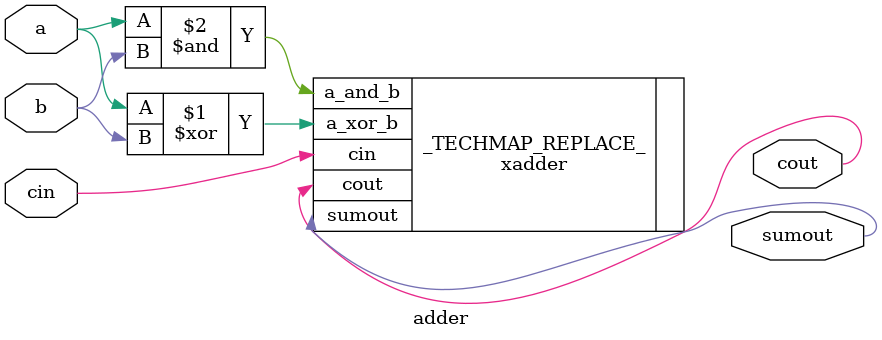
<source format=v>
module adder(a, b, cin, cout, sumout);
input a, b, cin;
output cout, sumout;
xadder _TECHMAP_REPLACE_ (.a_xor_b(a^b), .a_and_b(a&b), .cin(cin), .cout(cout), .sumout(sumout));
endmodule

</source>
